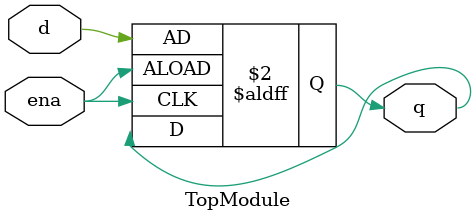
<source format=sv>

module TopModule (
  input d,
  input ena,
  output logic q
);

  always @(posedge ena or negedge ena) begin
    if (ena)
      q <= d;  // Capture the value of 'd' at 'q' when 'ena' is high
  end

endmodule

// VERILOG-EVAL: errant inclusion of module definition

</source>
